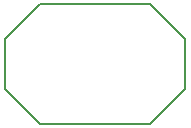
<source format=gko>
G04 DipTrace 2.4.0.2*
%INcardoid.gko*%
%MOMM*%
%ADD11C,0.14*%
%FSLAX53Y53*%
G04*
G71*
G90*
G75*
G01*
%LNBoardOutline*%
%LPD*%
X12959Y10000D2*
D11*
X10000Y12959D1*
Y17201D1*
X12959Y20160D1*
X22281D1*
X25240Y17201D1*
Y12959D1*
X22281Y10000D1*
X12959D1*
M02*

</source>
